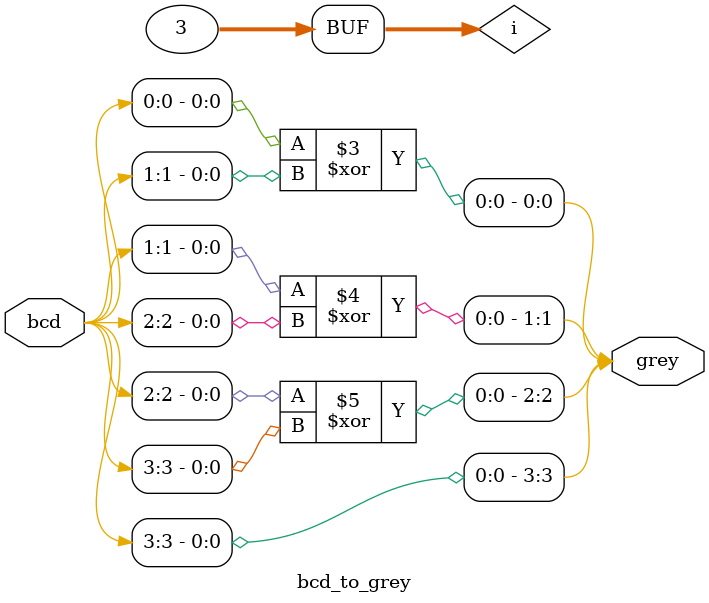
<source format=v>
`timescale 1ns / 1ps
module bcd_to_grey#(parameter N=4)
(input [N-1:0] bcd,
output [N-1:0] grey
);
 //method 1
/*
assign grey ={bcd[N-1],bcd[N-1:1]^bcd[N-2:0]};

*/

/* method 2 */
integer i;
initial 
begin 
	for(i=0;i<N-1;i=i+1)
		begin
		grey[i]=bcd[i]^bcd[i+1];
		end
	grey[i]=bcd[i];
end

endmodule

</source>
